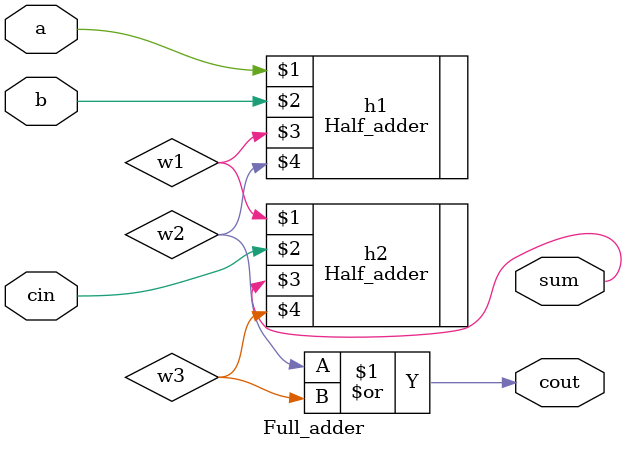
<source format=v>
`include "HA.v"
module Full_adder(a,b,cin,sum,cout);
  input a,b,cin;
  output sum,cout;
  wire w1,w2,w3;
  Half_adder h1(a,b,w1,w2);
  Half_adder h2(w1,cin,sum,w3);
  assign cout=w2|w3;
endmodule 
</source>
